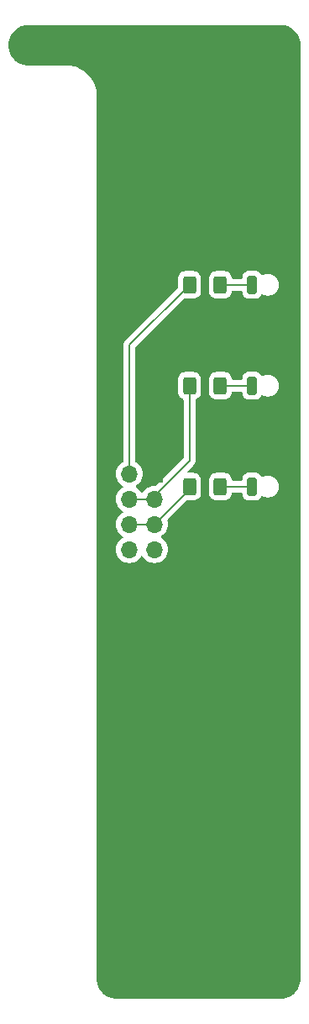
<source format=gbr>
%TF.GenerationSoftware,KiCad,Pcbnew,8.0.4-8.0.4-0~ubuntu22.04.1*%
%TF.CreationDate,2024-08-10T18:45:36+03:00*%
%TF.ProjectId,PM-PS-DC24-front,504d2d50-532d-4444-9332-342d66726f6e,rev?*%
%TF.SameCoordinates,Original*%
%TF.FileFunction,Copper,L2,Bot*%
%TF.FilePolarity,Positive*%
%FSLAX46Y46*%
G04 Gerber Fmt 4.6, Leading zero omitted, Abs format (unit mm)*
G04 Created by KiCad (PCBNEW 8.0.4-8.0.4-0~ubuntu22.04.1) date 2024-08-10 18:45:36*
%MOMM*%
%LPD*%
G01*
G04 APERTURE LIST*
G04 Aperture macros list*
%AMRoundRect*
0 Rectangle with rounded corners*
0 $1 Rounding radius*
0 $2 $3 $4 $5 $6 $7 $8 $9 X,Y pos of 4 corners*
0 Add a 4 corners polygon primitive as box body*
4,1,4,$2,$3,$4,$5,$6,$7,$8,$9,$2,$3,0*
0 Add four circle primitives for the rounded corners*
1,1,$1+$1,$2,$3*
1,1,$1+$1,$4,$5*
1,1,$1+$1,$6,$7*
1,1,$1+$1,$8,$9*
0 Add four rect primitives between the rounded corners*
20,1,$1+$1,$2,$3,$4,$5,0*
20,1,$1+$1,$4,$5,$6,$7,0*
20,1,$1+$1,$6,$7,$8,$9,0*
20,1,$1+$1,$8,$9,$2,$3,0*%
G04 Aperture macros list end*
%TA.AperFunction,ComponentPad*%
%ADD10R,1.700000X1.700000*%
%TD*%
%TA.AperFunction,ComponentPad*%
%ADD11O,1.700000X1.700000*%
%TD*%
%TA.AperFunction,SMDPad,CuDef*%
%ADD12RoundRect,0.250000X-0.400000X-0.625000X0.400000X-0.625000X0.400000X0.625000X-0.400000X0.625000X0*%
%TD*%
%TA.AperFunction,SMDPad,CuDef*%
%ADD13RoundRect,0.190000X0.285000X0.710000X-0.285000X0.710000X-0.285000X-0.710000X0.285000X-0.710000X0*%
%TD*%
%TA.AperFunction,Conductor*%
%ADD14C,0.200000*%
%TD*%
G04 APERTURE END LIST*
D10*
%TO.P,J1,1,Pin_1*%
%TO.N,GND*%
X66040000Y-96520000D03*
D11*
%TO.P,J1,2,Pin_2*%
%TO.N,+24V*%
X63500000Y-96520000D03*
%TO.P,J1,3,Pin_3*%
%TO.N,+5V*%
X66040000Y-99060000D03*
%TO.P,J1,4,Pin_4*%
X63500000Y-99060000D03*
%TO.P,J1,5,Pin_5*%
%TO.N,+3.3V*%
X66040000Y-101600000D03*
%TO.P,J1,6,Pin_6*%
X63500000Y-101600000D03*
%TO.P,J1,7,Pin_7*%
%TO.N,unconnected-(J1-Pin_7-Pad7)*%
X66040000Y-104140000D03*
%TO.P,J1,8,Pin_8*%
%TO.N,unconnected-(J1-Pin_8-Pad8)*%
X63500000Y-104140000D03*
%TD*%
D12*
%TO.P,R2,1*%
%TO.N,+5V*%
X69570000Y-87630000D03*
%TO.P,R2,2*%
%TO.N,Net-(D3-A)*%
X72670000Y-87630000D03*
%TD*%
D13*
%TO.P,D3,1,K*%
%TO.N,GND*%
X79070000Y-87630000D03*
%TO.P,D3,2,A*%
%TO.N,Net-(D3-A)*%
X75870000Y-87630000D03*
%TD*%
D12*
%TO.P,R3,1*%
%TO.N,+3.3V*%
X69570000Y-97790000D03*
%TO.P,R3,2*%
%TO.N,Net-(D1-A)*%
X72670000Y-97790000D03*
%TD*%
%TO.P,R1,1*%
%TO.N,+24V*%
X69570000Y-77470000D03*
%TO.P,R1,2*%
%TO.N,Net-(D2-A)*%
X72670000Y-77470000D03*
%TD*%
D13*
%TO.P,D2,1,K*%
%TO.N,GND*%
X79070000Y-77470000D03*
%TO.P,D2,2,A*%
%TO.N,Net-(D2-A)*%
X75870000Y-77470000D03*
%TD*%
%TO.P,D1,1,K*%
%TO.N,GND*%
X79070000Y-97790000D03*
%TO.P,D1,2,A*%
%TO.N,Net-(D1-A)*%
X75870000Y-97790000D03*
%TD*%
D14*
%TO.N,+3.3V*%
X69570000Y-97790000D02*
X69570000Y-98070000D01*
X69570000Y-98070000D02*
X66040000Y-101600000D01*
X66040000Y-101600000D02*
X63500000Y-101600000D01*
%TO.N,+5V*%
X69570000Y-87630000D02*
X69570000Y-95192800D01*
X69570000Y-95192800D02*
X66040000Y-98722800D01*
X66040000Y-98722800D02*
X66040000Y-99060000D01*
X66040000Y-99060000D02*
X63500000Y-99060000D01*
%TO.N,Net-(D1-A)*%
X75870000Y-97790000D02*
X72670000Y-97790000D01*
%TO.N,Net-(D3-A)*%
X75870000Y-87630000D02*
X72670000Y-87630000D01*
%TO.N,Net-(D2-A)*%
X75870000Y-77470000D02*
X72670000Y-77470000D01*
%TO.N,+24V*%
X63500000Y-83540000D02*
X63500000Y-96520000D01*
X69570000Y-77470000D02*
X63500000Y-83540000D01*
%TD*%
%TA.AperFunction,Conductor*%
%TO.N,GND*%
G36*
X78744042Y-51300765D02*
G01*
X78766774Y-51302254D01*
X78998114Y-51317417D01*
X79014172Y-51319532D01*
X79259888Y-51368408D01*
X79275554Y-51372606D01*
X79426736Y-51423925D01*
X79512788Y-51453136D01*
X79527765Y-51459339D01*
X79745336Y-51566633D01*
X79752460Y-51570146D01*
X79766508Y-51578256D01*
X79974815Y-51717443D01*
X79987679Y-51727314D01*
X80176033Y-51892497D01*
X80187502Y-51903966D01*
X80352685Y-52092320D01*
X80362559Y-52105188D01*
X80501743Y-52313492D01*
X80509853Y-52327539D01*
X80620657Y-52552227D01*
X80626864Y-52567213D01*
X80707393Y-52804445D01*
X80711591Y-52820111D01*
X80760465Y-53065813D01*
X80762583Y-53081895D01*
X80778968Y-53331890D01*
X80779235Y-53335956D01*
X80779500Y-53344066D01*
X80779500Y-147315933D01*
X80779235Y-147324043D01*
X80762583Y-147578104D01*
X80760465Y-147594186D01*
X80711591Y-147839888D01*
X80707393Y-147855554D01*
X80626864Y-148092786D01*
X80620657Y-148107772D01*
X80509853Y-148332460D01*
X80501743Y-148346507D01*
X80362559Y-148554811D01*
X80352685Y-148567679D01*
X80187502Y-148756033D01*
X80176033Y-148767502D01*
X79987679Y-148932685D01*
X79974811Y-148942559D01*
X79766507Y-149081743D01*
X79752460Y-149089853D01*
X79527772Y-149200657D01*
X79512786Y-149206864D01*
X79275554Y-149287393D01*
X79259888Y-149291591D01*
X79014186Y-149340465D01*
X78998104Y-149342583D01*
X78744043Y-149359235D01*
X78735933Y-149359500D01*
X62234067Y-149359500D01*
X62225957Y-149359235D01*
X61971895Y-149342583D01*
X61955814Y-149340465D01*
X61920770Y-149333494D01*
X61710111Y-149291591D01*
X61694445Y-149287393D01*
X61457213Y-149206864D01*
X61442227Y-149200657D01*
X61217539Y-149089853D01*
X61203492Y-149081743D01*
X60995188Y-148942559D01*
X60982320Y-148932685D01*
X60793966Y-148767502D01*
X60782497Y-148756033D01*
X60617314Y-148567679D01*
X60607440Y-148554811D01*
X60468256Y-148346507D01*
X60460146Y-148332460D01*
X60349464Y-148108019D01*
X60349339Y-148107765D01*
X60343135Y-148092786D01*
X60262606Y-147855554D01*
X60258408Y-147839888D01*
X60249736Y-147796292D01*
X60209532Y-147594172D01*
X60207417Y-147578114D01*
X60190765Y-147324042D01*
X60190500Y-147315933D01*
X60190500Y-96519999D01*
X62144341Y-96519999D01*
X62144341Y-96520000D01*
X62164936Y-96755403D01*
X62164938Y-96755413D01*
X62226094Y-96983655D01*
X62226096Y-96983659D01*
X62226097Y-96983663D01*
X62295519Y-97132539D01*
X62325965Y-97197830D01*
X62325967Y-97197834D01*
X62461501Y-97391395D01*
X62461506Y-97391402D01*
X62628597Y-97558493D01*
X62628603Y-97558498D01*
X62814158Y-97688425D01*
X62857783Y-97743002D01*
X62864977Y-97812500D01*
X62833454Y-97874855D01*
X62814158Y-97891575D01*
X62628597Y-98021505D01*
X62461505Y-98188597D01*
X62325965Y-98382169D01*
X62325964Y-98382171D01*
X62226098Y-98596335D01*
X62226094Y-98596344D01*
X62164938Y-98824586D01*
X62164936Y-98824596D01*
X62144341Y-99059999D01*
X62144341Y-99060000D01*
X62164936Y-99295403D01*
X62164938Y-99295413D01*
X62226094Y-99523655D01*
X62226096Y-99523659D01*
X62226097Y-99523663D01*
X62306004Y-99695023D01*
X62325965Y-99737830D01*
X62325967Y-99737834D01*
X62434281Y-99892521D01*
X62461501Y-99931396D01*
X62461506Y-99931402D01*
X62628597Y-100098493D01*
X62628603Y-100098498D01*
X62814158Y-100228425D01*
X62857783Y-100283002D01*
X62864977Y-100352500D01*
X62833454Y-100414855D01*
X62814158Y-100431575D01*
X62628597Y-100561505D01*
X62461505Y-100728597D01*
X62325965Y-100922169D01*
X62325964Y-100922171D01*
X62226098Y-101136335D01*
X62226094Y-101136344D01*
X62164938Y-101364586D01*
X62164936Y-101364596D01*
X62144341Y-101599999D01*
X62144341Y-101600000D01*
X62164936Y-101835403D01*
X62164938Y-101835413D01*
X62226094Y-102063655D01*
X62226096Y-102063659D01*
X62226097Y-102063663D01*
X62306004Y-102235023D01*
X62325965Y-102277830D01*
X62325967Y-102277834D01*
X62434281Y-102432521D01*
X62461501Y-102471396D01*
X62461506Y-102471402D01*
X62628597Y-102638493D01*
X62628603Y-102638498D01*
X62814158Y-102768425D01*
X62857783Y-102823002D01*
X62864977Y-102892500D01*
X62833454Y-102954855D01*
X62814158Y-102971575D01*
X62628597Y-103101505D01*
X62461505Y-103268597D01*
X62325965Y-103462169D01*
X62325964Y-103462171D01*
X62226098Y-103676335D01*
X62226094Y-103676344D01*
X62164938Y-103904586D01*
X62164936Y-103904596D01*
X62144341Y-104139999D01*
X62144341Y-104140000D01*
X62164936Y-104375403D01*
X62164938Y-104375413D01*
X62226094Y-104603655D01*
X62226096Y-104603659D01*
X62226097Y-104603663D01*
X62230000Y-104612032D01*
X62325965Y-104817830D01*
X62325967Y-104817834D01*
X62434281Y-104972521D01*
X62461505Y-105011401D01*
X62628599Y-105178495D01*
X62725384Y-105246265D01*
X62822165Y-105314032D01*
X62822167Y-105314033D01*
X62822170Y-105314035D01*
X63036337Y-105413903D01*
X63264592Y-105475063D01*
X63452918Y-105491539D01*
X63499999Y-105495659D01*
X63500000Y-105495659D01*
X63500001Y-105495659D01*
X63539234Y-105492226D01*
X63735408Y-105475063D01*
X63963663Y-105413903D01*
X64177830Y-105314035D01*
X64371401Y-105178495D01*
X64538495Y-105011401D01*
X64668425Y-104825842D01*
X64723002Y-104782217D01*
X64792500Y-104775023D01*
X64854855Y-104806546D01*
X64871575Y-104825842D01*
X65001500Y-105011395D01*
X65001505Y-105011401D01*
X65168599Y-105178495D01*
X65265384Y-105246265D01*
X65362165Y-105314032D01*
X65362167Y-105314033D01*
X65362170Y-105314035D01*
X65576337Y-105413903D01*
X65804592Y-105475063D01*
X65992918Y-105491539D01*
X66039999Y-105495659D01*
X66040000Y-105495659D01*
X66040001Y-105495659D01*
X66079234Y-105492226D01*
X66275408Y-105475063D01*
X66503663Y-105413903D01*
X66717830Y-105314035D01*
X66911401Y-105178495D01*
X67078495Y-105011401D01*
X67214035Y-104817830D01*
X67313903Y-104603663D01*
X67375063Y-104375408D01*
X67395659Y-104140000D01*
X67375063Y-103904592D01*
X67313903Y-103676337D01*
X67214035Y-103462171D01*
X67208425Y-103454158D01*
X67078494Y-103268597D01*
X66911402Y-103101506D01*
X66911396Y-103101501D01*
X66725842Y-102971575D01*
X66682217Y-102916998D01*
X66675023Y-102847500D01*
X66706546Y-102785145D01*
X66725842Y-102768425D01*
X66748026Y-102752891D01*
X66911401Y-102638495D01*
X67078495Y-102471401D01*
X67214035Y-102277830D01*
X67313903Y-102063663D01*
X67375063Y-101835408D01*
X67395659Y-101600000D01*
X67375063Y-101364592D01*
X67340671Y-101236239D01*
X67342334Y-101166393D01*
X67372763Y-101116470D01*
X69287416Y-99201818D01*
X69348739Y-99168333D01*
X69375097Y-99165499D01*
X70020002Y-99165499D01*
X70020008Y-99165499D01*
X70122797Y-99154999D01*
X70289334Y-99099814D01*
X70438656Y-99007712D01*
X70562712Y-98883656D01*
X70654814Y-98734334D01*
X70709999Y-98567797D01*
X70720500Y-98465009D01*
X70720499Y-97114992D01*
X70720498Y-97114983D01*
X71519500Y-97114983D01*
X71519500Y-98465001D01*
X71519501Y-98465018D01*
X71530000Y-98567796D01*
X71530001Y-98567799D01*
X71567075Y-98679679D01*
X71585186Y-98734334D01*
X71677288Y-98883656D01*
X71801344Y-99007712D01*
X71950666Y-99099814D01*
X72117203Y-99154999D01*
X72219991Y-99165500D01*
X73120008Y-99165499D01*
X73120016Y-99165498D01*
X73120019Y-99165498D01*
X73176302Y-99159748D01*
X73222797Y-99154999D01*
X73389334Y-99099814D01*
X73538656Y-99007712D01*
X73662712Y-98883656D01*
X73754814Y-98734334D01*
X73809999Y-98567797D01*
X73815444Y-98514500D01*
X73816732Y-98501897D01*
X73843129Y-98437205D01*
X73900310Y-98397054D01*
X73940090Y-98390500D01*
X74770501Y-98390500D01*
X74837540Y-98410185D01*
X74883295Y-98462989D01*
X74894501Y-98514500D01*
X74894501Y-98555808D01*
X74900821Y-98625375D01*
X74900823Y-98625383D01*
X74950708Y-98785470D01*
X74950709Y-98785472D01*
X75037454Y-98928967D01*
X75037457Y-98928971D01*
X75156028Y-99047542D01*
X75156032Y-99047545D01*
X75242497Y-99099814D01*
X75299529Y-99134291D01*
X75459620Y-99184177D01*
X75529199Y-99190500D01*
X76210800Y-99190499D01*
X76210808Y-99190499D01*
X76280376Y-99184178D01*
X76280383Y-99184176D01*
X76316377Y-99172960D01*
X76440471Y-99134291D01*
X76583972Y-99047542D01*
X76702542Y-98928972D01*
X76779170Y-98802212D01*
X76830697Y-98755025D01*
X76899556Y-98743186D01*
X76941579Y-98755876D01*
X77047555Y-98809873D01*
X77212299Y-98863402D01*
X77383389Y-98890500D01*
X77383390Y-98890500D01*
X77556610Y-98890500D01*
X77556611Y-98890500D01*
X77727701Y-98863402D01*
X77892445Y-98809873D01*
X78046788Y-98731232D01*
X78186928Y-98629414D01*
X78309414Y-98506928D01*
X78411232Y-98366788D01*
X78489873Y-98212445D01*
X78543402Y-98047701D01*
X78570500Y-97876611D01*
X78570500Y-97703389D01*
X78543402Y-97532299D01*
X78489873Y-97367555D01*
X78411232Y-97213212D01*
X78309414Y-97073072D01*
X78186928Y-96950586D01*
X78046788Y-96848768D01*
X77892445Y-96770127D01*
X77727701Y-96716598D01*
X77727699Y-96716597D01*
X77727698Y-96716597D01*
X77596271Y-96695781D01*
X77556611Y-96689500D01*
X77383389Y-96689500D01*
X77343728Y-96695781D01*
X77212302Y-96716597D01*
X77212299Y-96716598D01*
X77092871Y-96755403D01*
X77047549Y-96770129D01*
X76941581Y-96824122D01*
X76872912Y-96837018D01*
X76808172Y-96810741D01*
X76779170Y-96777786D01*
X76702546Y-96651033D01*
X76702542Y-96651028D01*
X76583971Y-96532457D01*
X76583967Y-96532454D01*
X76440473Y-96445710D01*
X76440472Y-96445709D01*
X76440471Y-96445709D01*
X76280380Y-96395823D01*
X76280378Y-96395822D01*
X76280376Y-96395822D01*
X76231662Y-96391395D01*
X76210801Y-96389500D01*
X76210798Y-96389500D01*
X75529191Y-96389500D01*
X75459623Y-96395821D01*
X75459616Y-96395823D01*
X75299529Y-96445708D01*
X75299527Y-96445709D01*
X75156032Y-96532454D01*
X75156028Y-96532457D01*
X75037457Y-96651028D01*
X75037454Y-96651032D01*
X74950710Y-96794526D01*
X74900822Y-96954623D01*
X74894500Y-97024201D01*
X74894500Y-97065500D01*
X74874815Y-97132539D01*
X74822011Y-97178294D01*
X74770500Y-97189500D01*
X73940089Y-97189500D01*
X73873050Y-97169815D01*
X73827295Y-97117011D01*
X73816731Y-97078102D01*
X73814839Y-97059591D01*
X73809999Y-97012203D01*
X73754814Y-96845666D01*
X73662712Y-96696344D01*
X73538656Y-96572288D01*
X73389334Y-96480186D01*
X73222797Y-96425001D01*
X73222795Y-96425000D01*
X73120010Y-96414500D01*
X72219998Y-96414500D01*
X72219980Y-96414501D01*
X72117203Y-96425000D01*
X72117200Y-96425001D01*
X71950668Y-96480185D01*
X71950663Y-96480187D01*
X71801342Y-96572289D01*
X71677289Y-96696342D01*
X71585187Y-96845663D01*
X71585186Y-96845666D01*
X71530001Y-97012203D01*
X71530001Y-97012204D01*
X71530000Y-97012204D01*
X71519500Y-97114983D01*
X70720498Y-97114983D01*
X70709999Y-97012203D01*
X70654814Y-96845666D01*
X70562712Y-96696344D01*
X70438656Y-96572288D01*
X70289334Y-96480186D01*
X70122797Y-96425001D01*
X70122795Y-96425000D01*
X70020016Y-96414500D01*
X70020009Y-96414500D01*
X69496896Y-96414500D01*
X69429857Y-96394815D01*
X69384102Y-96342011D01*
X69374158Y-96272853D01*
X69403183Y-96209297D01*
X69409215Y-96202819D01*
X69555699Y-96056335D01*
X69938713Y-95673321D01*
X69938716Y-95673320D01*
X70050520Y-95561516D01*
X70100639Y-95474704D01*
X70129577Y-95424585D01*
X70170501Y-95271857D01*
X70170501Y-95113743D01*
X70170501Y-95106148D01*
X70170500Y-95106130D01*
X70170500Y-89068732D01*
X70190185Y-89001693D01*
X70242989Y-88955938D01*
X70255495Y-88951026D01*
X70289334Y-88939814D01*
X70438656Y-88847712D01*
X70562712Y-88723656D01*
X70654814Y-88574334D01*
X70709999Y-88407797D01*
X70720500Y-88305009D01*
X70720499Y-86954992D01*
X70720498Y-86954983D01*
X71519500Y-86954983D01*
X71519500Y-88305001D01*
X71519501Y-88305018D01*
X71530000Y-88407796D01*
X71530001Y-88407799D01*
X71567075Y-88519679D01*
X71585186Y-88574334D01*
X71677288Y-88723656D01*
X71801344Y-88847712D01*
X71950666Y-88939814D01*
X72117203Y-88994999D01*
X72219991Y-89005500D01*
X73120008Y-89005499D01*
X73120016Y-89005498D01*
X73120019Y-89005498D01*
X73176302Y-88999748D01*
X73222797Y-88994999D01*
X73389334Y-88939814D01*
X73538656Y-88847712D01*
X73662712Y-88723656D01*
X73754814Y-88574334D01*
X73809999Y-88407797D01*
X73815444Y-88354500D01*
X73816732Y-88341897D01*
X73843129Y-88277205D01*
X73900310Y-88237054D01*
X73940090Y-88230500D01*
X74770501Y-88230500D01*
X74837540Y-88250185D01*
X74883295Y-88302989D01*
X74894501Y-88354500D01*
X74894501Y-88395808D01*
X74900821Y-88465375D01*
X74900823Y-88465383D01*
X74950708Y-88625470D01*
X74950709Y-88625472D01*
X75037454Y-88768967D01*
X75037457Y-88768971D01*
X75156028Y-88887542D01*
X75156032Y-88887545D01*
X75242497Y-88939814D01*
X75299529Y-88974291D01*
X75459620Y-89024177D01*
X75529199Y-89030500D01*
X76210800Y-89030499D01*
X76210808Y-89030499D01*
X76280376Y-89024178D01*
X76280383Y-89024176D01*
X76374019Y-88994998D01*
X76440471Y-88974291D01*
X76583972Y-88887542D01*
X76702542Y-88768972D01*
X76779170Y-88642212D01*
X76830697Y-88595025D01*
X76899556Y-88583186D01*
X76941579Y-88595876D01*
X77047555Y-88649873D01*
X77212299Y-88703402D01*
X77383389Y-88730500D01*
X77383390Y-88730500D01*
X77556610Y-88730500D01*
X77556611Y-88730500D01*
X77727701Y-88703402D01*
X77892445Y-88649873D01*
X78046788Y-88571232D01*
X78186928Y-88469414D01*
X78309414Y-88346928D01*
X78411232Y-88206788D01*
X78489873Y-88052445D01*
X78543402Y-87887701D01*
X78570500Y-87716611D01*
X78570500Y-87543389D01*
X78543402Y-87372299D01*
X78489873Y-87207555D01*
X78411232Y-87053212D01*
X78309414Y-86913072D01*
X78186928Y-86790586D01*
X78046788Y-86688768D01*
X77892445Y-86610127D01*
X77727701Y-86556598D01*
X77727699Y-86556597D01*
X77727698Y-86556597D01*
X77596271Y-86535781D01*
X77556611Y-86529500D01*
X77383389Y-86529500D01*
X77343728Y-86535781D01*
X77212302Y-86556597D01*
X77047549Y-86610129D01*
X76941581Y-86664122D01*
X76872912Y-86677018D01*
X76808172Y-86650741D01*
X76779170Y-86617786D01*
X76702546Y-86491033D01*
X76702542Y-86491028D01*
X76583971Y-86372457D01*
X76583967Y-86372454D01*
X76440473Y-86285710D01*
X76440472Y-86285709D01*
X76440471Y-86285709D01*
X76280380Y-86235823D01*
X76280378Y-86235822D01*
X76280376Y-86235822D01*
X76231662Y-86231395D01*
X76210801Y-86229500D01*
X76210798Y-86229500D01*
X75529191Y-86229500D01*
X75459623Y-86235821D01*
X75459616Y-86235823D01*
X75299529Y-86285708D01*
X75299527Y-86285709D01*
X75156032Y-86372454D01*
X75156028Y-86372457D01*
X75037457Y-86491028D01*
X75037454Y-86491032D01*
X74950710Y-86634526D01*
X74900822Y-86794623D01*
X74894500Y-86864201D01*
X74894500Y-86905500D01*
X74874815Y-86972539D01*
X74822011Y-87018294D01*
X74770500Y-87029500D01*
X73940089Y-87029500D01*
X73873050Y-87009815D01*
X73827295Y-86957011D01*
X73816731Y-86918102D01*
X73814839Y-86899591D01*
X73809999Y-86852203D01*
X73754814Y-86685666D01*
X73662712Y-86536344D01*
X73538656Y-86412288D01*
X73389334Y-86320186D01*
X73222797Y-86265001D01*
X73222795Y-86265000D01*
X73120010Y-86254500D01*
X72219998Y-86254500D01*
X72219980Y-86254501D01*
X72117203Y-86265000D01*
X72117200Y-86265001D01*
X71950668Y-86320185D01*
X71950663Y-86320187D01*
X71801342Y-86412289D01*
X71677289Y-86536342D01*
X71585187Y-86685663D01*
X71585186Y-86685666D01*
X71530001Y-86852203D01*
X71530001Y-86852204D01*
X71530000Y-86852204D01*
X71519500Y-86954983D01*
X70720498Y-86954983D01*
X70709999Y-86852203D01*
X70654814Y-86685666D01*
X70562712Y-86536344D01*
X70438656Y-86412288D01*
X70289334Y-86320186D01*
X70122797Y-86265001D01*
X70122795Y-86265000D01*
X70020010Y-86254500D01*
X69119998Y-86254500D01*
X69119980Y-86254501D01*
X69017203Y-86265000D01*
X69017200Y-86265001D01*
X68850668Y-86320185D01*
X68850663Y-86320187D01*
X68701342Y-86412289D01*
X68577289Y-86536342D01*
X68485187Y-86685663D01*
X68485186Y-86685666D01*
X68430001Y-86852203D01*
X68430001Y-86852204D01*
X68430000Y-86852204D01*
X68419500Y-86954983D01*
X68419500Y-88305001D01*
X68419501Y-88305018D01*
X68430000Y-88407796D01*
X68430001Y-88407799D01*
X68467075Y-88519679D01*
X68485186Y-88574334D01*
X68577288Y-88723656D01*
X68701344Y-88847712D01*
X68850666Y-88939814D01*
X68884500Y-88951025D01*
X68941947Y-88990796D01*
X68968772Y-89055311D01*
X68969500Y-89068732D01*
X68969500Y-94892702D01*
X68949815Y-94959741D01*
X68933181Y-94980383D01*
X66236495Y-97677068D01*
X66175172Y-97710553D01*
X66138007Y-97712915D01*
X66040002Y-97704341D01*
X66039999Y-97704341D01*
X65804596Y-97724936D01*
X65804586Y-97724938D01*
X65576344Y-97786094D01*
X65576335Y-97786098D01*
X65362171Y-97885964D01*
X65362169Y-97885965D01*
X65168597Y-98021505D01*
X65001506Y-98188596D01*
X64871575Y-98374159D01*
X64816998Y-98417784D01*
X64747500Y-98424978D01*
X64685145Y-98393455D01*
X64668425Y-98374159D01*
X64538494Y-98188597D01*
X64371402Y-98021506D01*
X64371396Y-98021501D01*
X64185842Y-97891575D01*
X64142217Y-97836998D01*
X64135023Y-97767500D01*
X64166546Y-97705145D01*
X64185842Y-97688425D01*
X64208026Y-97672891D01*
X64371401Y-97558495D01*
X64538495Y-97391401D01*
X64674035Y-97197830D01*
X64773903Y-96983663D01*
X64835063Y-96755408D01*
X64855659Y-96520000D01*
X64835063Y-96284592D01*
X64773903Y-96056337D01*
X64674035Y-95842171D01*
X64562956Y-95683532D01*
X64538494Y-95648597D01*
X64371402Y-95481506D01*
X64371395Y-95481501D01*
X64177831Y-95345965D01*
X64177826Y-95345962D01*
X64172091Y-95343288D01*
X64119653Y-95297113D01*
X64100500Y-95230908D01*
X64100500Y-83840096D01*
X64120185Y-83773057D01*
X64136814Y-83752420D01*
X69009138Y-78880095D01*
X69070459Y-78846612D01*
X69109421Y-78844420D01*
X69119991Y-78845500D01*
X70020008Y-78845499D01*
X70020016Y-78845498D01*
X70020019Y-78845498D01*
X70076302Y-78839748D01*
X70122797Y-78834999D01*
X70289334Y-78779814D01*
X70438656Y-78687712D01*
X70562712Y-78563656D01*
X70654814Y-78414334D01*
X70709999Y-78247797D01*
X70720500Y-78145009D01*
X70720499Y-76794992D01*
X70720498Y-76794983D01*
X71519500Y-76794983D01*
X71519500Y-78145001D01*
X71519501Y-78145018D01*
X71530000Y-78247796D01*
X71530001Y-78247799D01*
X71567075Y-78359679D01*
X71585186Y-78414334D01*
X71677288Y-78563656D01*
X71801344Y-78687712D01*
X71950666Y-78779814D01*
X72117203Y-78834999D01*
X72219991Y-78845500D01*
X73120008Y-78845499D01*
X73120016Y-78845498D01*
X73120019Y-78845498D01*
X73176302Y-78839748D01*
X73222797Y-78834999D01*
X73389334Y-78779814D01*
X73538656Y-78687712D01*
X73662712Y-78563656D01*
X73754814Y-78414334D01*
X73809999Y-78247797D01*
X73815444Y-78194500D01*
X73816732Y-78181897D01*
X73843129Y-78117205D01*
X73900310Y-78077054D01*
X73940090Y-78070500D01*
X74770501Y-78070500D01*
X74837540Y-78090185D01*
X74883295Y-78142989D01*
X74894501Y-78194500D01*
X74894501Y-78235808D01*
X74900821Y-78305375D01*
X74900823Y-78305383D01*
X74950708Y-78465470D01*
X74950709Y-78465472D01*
X75037454Y-78608967D01*
X75037457Y-78608971D01*
X75156028Y-78727542D01*
X75156032Y-78727545D01*
X75242497Y-78779814D01*
X75299529Y-78814291D01*
X75459620Y-78864177D01*
X75529199Y-78870500D01*
X76210800Y-78870499D01*
X76210808Y-78870499D01*
X76280376Y-78864178D01*
X76280383Y-78864176D01*
X76340323Y-78845498D01*
X76440471Y-78814291D01*
X76583972Y-78727542D01*
X76702542Y-78608972D01*
X76779170Y-78482212D01*
X76830697Y-78435025D01*
X76899556Y-78423186D01*
X76941579Y-78435876D01*
X77047555Y-78489873D01*
X77212299Y-78543402D01*
X77383389Y-78570500D01*
X77383390Y-78570500D01*
X77556610Y-78570500D01*
X77556611Y-78570500D01*
X77727701Y-78543402D01*
X77892445Y-78489873D01*
X78046788Y-78411232D01*
X78186928Y-78309414D01*
X78309414Y-78186928D01*
X78411232Y-78046788D01*
X78489873Y-77892445D01*
X78543402Y-77727701D01*
X78570500Y-77556611D01*
X78570500Y-77383389D01*
X78543402Y-77212299D01*
X78489873Y-77047555D01*
X78411232Y-76893212D01*
X78309414Y-76753072D01*
X78186928Y-76630586D01*
X78046788Y-76528768D01*
X77892445Y-76450127D01*
X77727701Y-76396598D01*
X77727699Y-76396597D01*
X77727698Y-76396597D01*
X77596271Y-76375781D01*
X77556611Y-76369500D01*
X77383389Y-76369500D01*
X77343728Y-76375781D01*
X77212302Y-76396597D01*
X77047549Y-76450129D01*
X76941581Y-76504122D01*
X76872912Y-76517018D01*
X76808172Y-76490741D01*
X76779170Y-76457786D01*
X76702546Y-76331033D01*
X76702542Y-76331028D01*
X76583971Y-76212457D01*
X76583967Y-76212454D01*
X76440473Y-76125710D01*
X76440472Y-76125709D01*
X76440471Y-76125709D01*
X76280380Y-76075823D01*
X76280378Y-76075822D01*
X76280376Y-76075822D01*
X76231662Y-76071395D01*
X76210801Y-76069500D01*
X76210798Y-76069500D01*
X75529191Y-76069500D01*
X75459623Y-76075821D01*
X75459616Y-76075823D01*
X75299529Y-76125708D01*
X75299527Y-76125709D01*
X75156032Y-76212454D01*
X75156028Y-76212457D01*
X75037457Y-76331028D01*
X75037454Y-76331032D01*
X74950710Y-76474526D01*
X74900822Y-76634623D01*
X74894500Y-76704201D01*
X74894500Y-76745500D01*
X74874815Y-76812539D01*
X74822011Y-76858294D01*
X74770500Y-76869500D01*
X73940089Y-76869500D01*
X73873050Y-76849815D01*
X73827295Y-76797011D01*
X73816731Y-76758102D01*
X73814839Y-76739591D01*
X73809999Y-76692203D01*
X73754814Y-76525666D01*
X73662712Y-76376344D01*
X73538656Y-76252288D01*
X73389334Y-76160186D01*
X73222797Y-76105001D01*
X73222795Y-76105000D01*
X73120010Y-76094500D01*
X72219998Y-76094500D01*
X72219980Y-76094501D01*
X72117203Y-76105000D01*
X72117200Y-76105001D01*
X71950668Y-76160185D01*
X71950663Y-76160187D01*
X71801342Y-76252289D01*
X71677289Y-76376342D01*
X71585187Y-76525663D01*
X71585186Y-76525666D01*
X71530001Y-76692203D01*
X71530001Y-76692204D01*
X71530000Y-76692204D01*
X71519500Y-76794983D01*
X70720498Y-76794983D01*
X70709999Y-76692203D01*
X70654814Y-76525666D01*
X70562712Y-76376344D01*
X70438656Y-76252288D01*
X70289334Y-76160186D01*
X70122797Y-76105001D01*
X70122795Y-76105000D01*
X70020010Y-76094500D01*
X69119998Y-76094500D01*
X69119980Y-76094501D01*
X69017203Y-76105000D01*
X69017200Y-76105001D01*
X68850668Y-76160185D01*
X68850663Y-76160187D01*
X68701342Y-76252289D01*
X68577289Y-76376342D01*
X68485187Y-76525663D01*
X68485186Y-76525666D01*
X68430001Y-76692203D01*
X68430001Y-76692204D01*
X68430000Y-76692204D01*
X68419500Y-76794983D01*
X68419500Y-77719902D01*
X68399815Y-77786941D01*
X68383181Y-77807583D01*
X63019481Y-83171282D01*
X63019479Y-83171285D01*
X62969361Y-83258094D01*
X62969359Y-83258096D01*
X62940425Y-83308209D01*
X62940424Y-83308210D01*
X62940423Y-83308215D01*
X62899499Y-83460943D01*
X62899499Y-83460945D01*
X62899499Y-83629046D01*
X62899500Y-83629059D01*
X62899500Y-95230908D01*
X62879815Y-95297947D01*
X62827914Y-95343286D01*
X62822173Y-95345963D01*
X62822169Y-95345965D01*
X62628597Y-95481505D01*
X62461505Y-95648597D01*
X62325965Y-95842169D01*
X62325964Y-95842171D01*
X62226098Y-96056335D01*
X62226094Y-96056344D01*
X62164938Y-96284586D01*
X62164936Y-96284596D01*
X62144341Y-96519999D01*
X60190500Y-96519999D01*
X60190500Y-58260657D01*
X60179268Y-58153792D01*
X60157188Y-57943708D01*
X60090928Y-57631981D01*
X59992447Y-57328887D01*
X59862824Y-57037747D01*
X59703479Y-56761753D01*
X59703479Y-56761752D01*
X59516148Y-56503916D01*
X59404275Y-56379670D01*
X59302909Y-56267091D01*
X59201541Y-56175819D01*
X59066083Y-56053851D01*
X59064669Y-56052824D01*
X58845350Y-55893478D01*
X58808246Y-55866520D01*
X58532262Y-55707181D01*
X58532257Y-55707178D01*
X58532253Y-55707176D01*
X58241113Y-55577553D01*
X58241108Y-55577551D01*
X58241105Y-55577550D01*
X58067710Y-55521211D01*
X57938019Y-55479072D01*
X57938016Y-55479071D01*
X57938015Y-55479071D01*
X57938014Y-55479070D01*
X57669245Y-55421942D01*
X57626295Y-55412812D01*
X57490458Y-55398535D01*
X57309346Y-55379500D01*
X57309342Y-55379500D01*
X53344067Y-55379500D01*
X53335957Y-55379235D01*
X53081895Y-55362583D01*
X53065814Y-55360465D01*
X53030770Y-55353494D01*
X52820111Y-55311591D01*
X52804445Y-55307393D01*
X52567213Y-55226864D01*
X52552227Y-55220657D01*
X52327539Y-55109853D01*
X52313492Y-55101743D01*
X52105188Y-54962559D01*
X52092320Y-54952685D01*
X51903966Y-54787502D01*
X51892497Y-54776033D01*
X51727314Y-54587679D01*
X51717440Y-54574811D01*
X51578256Y-54366507D01*
X51570146Y-54352460D01*
X51459464Y-54128019D01*
X51459339Y-54127765D01*
X51453135Y-54112786D01*
X51372606Y-53875554D01*
X51368408Y-53859888D01*
X51359736Y-53816292D01*
X51319532Y-53614172D01*
X51317417Y-53598116D01*
X51301031Y-53348101D01*
X51301031Y-53331898D01*
X51317417Y-53081881D01*
X51319531Y-53065829D01*
X51368409Y-52820107D01*
X51372606Y-52804445D01*
X51396197Y-52734945D01*
X51453138Y-52567205D01*
X51459336Y-52552239D01*
X51570149Y-52327533D01*
X51578252Y-52313498D01*
X51717448Y-52105176D01*
X51727305Y-52092331D01*
X51892502Y-51903960D01*
X51903960Y-51892502D01*
X52092331Y-51727305D01*
X52105176Y-51717448D01*
X52313498Y-51578252D01*
X52327533Y-51570149D01*
X52552239Y-51459336D01*
X52567205Y-51453138D01*
X52734945Y-51396197D01*
X52804445Y-51372606D01*
X52820107Y-51368409D01*
X53065829Y-51319531D01*
X53081883Y-51317417D01*
X53314848Y-51302148D01*
X53335958Y-51300765D01*
X53344067Y-51300500D01*
X53405892Y-51300500D01*
X78674108Y-51300500D01*
X78735933Y-51300500D01*
X78744042Y-51300765D01*
G37*
%TD.AperFunction*%
%TD*%
M02*

</source>
